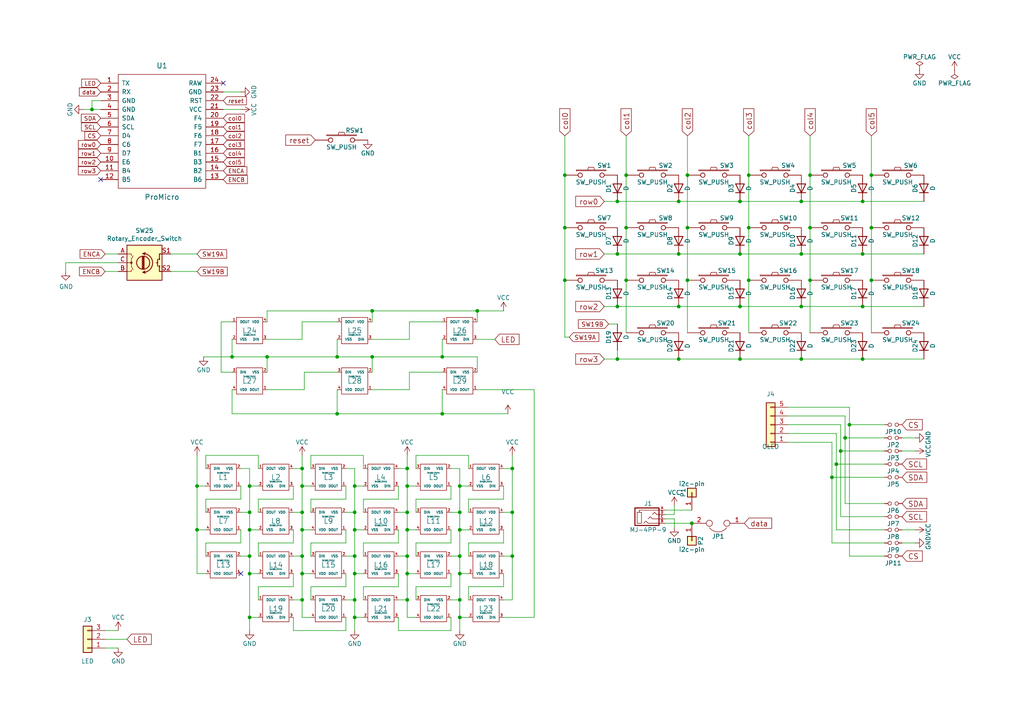
<source format=kicad_sch>
(kicad_sch (version 20230121) (generator eeschema)
  (paper "A4")
  (title_block (title "Keybear Chocolate") (date "2023-08-27") (rev "1") (company "Xoffio"))
  (junction (at 232.41 58.42))
  (junction (at 102.87 153.67))
  (junction (at 57.15 153.67))
  (junction (at 196.85 88.9))
  (junction (at 232.41 104.14))
  (junction (at 252.73 50.8))
  (junction (at 133.35 179.07))
  (junction (at 148.59 148.59))
  (junction (at 243.84 130.81))
  (junction (at 199.39 50.8))
  (junction (at 26.67 31.75))
  (junction (at 234.95 50.8))
  (junction (at 181.61 66.04))
  (junction (at 128.27 120.015))
  (junction (at 241.3 138.43))
  (junction (at 128.27 103.505))
  (junction (at 148.59 161.29))
  (junction (at 179.07 58.42))
  (junction (at 242.57 134.62))
  (junction (at 133.35 140.97))
  (junction (at 118.11 153.67))
  (junction (at 102.87 179.07))
  (junction (at 87.63 173.99))
  (junction (at 87.63 153.67))
  (junction (at 196.85 104.14))
  (junction (at 133.35 161.29))
  (junction (at 107.95 90.17))
  (junction (at 234.95 81.28))
  (junction (at 118.11 148.59))
  (junction (at 179.07 88.9))
  (junction (at 102.87 148.59))
  (junction (at 72.39 161.29))
  (junction (at 87.63 166.37))
  (junction (at 87.63 148.59))
  (junction (at 57.15 140.97))
  (junction (at 72.39 153.67))
  (junction (at 87.63 161.29))
  (junction (at 72.39 166.37))
  (junction (at 234.95 66.04))
  (junction (at 97.79 103.505))
  (junction (at 163.83 66.04))
  (junction (at 214.63 73.66))
  (junction (at 252.73 81.28))
  (junction (at 245.11 127))
  (junction (at 118.11 166.37))
  (junction (at 72.39 148.59))
  (junction (at 133.35 173.99))
  (junction (at 214.63 58.42))
  (junction (at 217.17 50.8))
  (junction (at 102.87 140.97))
  (junction (at 217.17 81.28))
  (junction (at 148.59 135.89))
  (junction (at 163.83 50.8))
  (junction (at 77.47 103.505))
  (junction (at 179.07 73.66))
  (junction (at 102.87 173.99))
  (junction (at 133.35 166.37))
  (junction (at 97.79 120.015))
  (junction (at 72.39 179.07))
  (junction (at 118.11 140.97))
  (junction (at 102.87 161.29))
  (junction (at 250.19 73.66))
  (junction (at 102.87 166.37))
  (junction (at 246.38 123.19))
  (junction (at 133.35 148.59))
  (junction (at 250.19 104.14))
  (junction (at 179.07 104.14))
  (junction (at 196.85 73.66))
  (junction (at 250.19 58.42))
  (junction (at 118.11 161.29))
  (junction (at 232.41 88.9))
  (junction (at 67.31 103.505))
  (junction (at 181.61 50.8))
  (junction (at 214.63 88.9))
  (junction (at 196.85 58.42))
  (junction (at 133.35 153.67))
  (junction (at 252.73 66.04))
  (junction (at 87.63 140.97))
  (junction (at 138.43 90.17))
  (junction (at 250.19 88.9))
  (junction (at 199.39 81.28))
  (junction (at 217.17 66.04))
  (junction (at 118.11 135.89))
  (junction (at 72.39 140.97))
  (junction (at 200.66 151.765))
  (junction (at 163.83 81.28))
  (junction (at 107.95 103.505))
  (junction (at 232.41 73.66))
  (junction (at 87.63 135.89))
  (junction (at 118.11 173.99))
  (junction (at 214.63 104.14))
  (junction (at 199.39 66.04))
  (junction (at 181.61 81.28))
  (no_connect (at 64.77 24.13))
  (no_connect (at 29.21 52.07))
  (no_connect (at 69.85 166.37))
  (wire (pts (xy 217.17 66.04) (xy 217.17 81.28)))
  (wire (pts (xy 120.65 161.29) (xy 120.65 157.48)))
  (wire (pts (xy 146.05 161.29) (xy 148.59 161.29)))
  (wire (pts (xy 105.41 132.08) (xy 105.41 135.89)))
  (wire (pts (xy 246.38 161.29) (xy 246.38 123.19)))
  (wire (pts (xy 90.17 161.29) (xy 90.17 157.48)))
  (wire (pts (xy 120.65 132.08) (xy 120.65 135.89)))
  (wire (pts (xy 29.21 29.21) (xy 26.67 29.21)))
  (wire (pts (xy 90.17 170.18) (xy 100.33 170.18)))
  (wire (pts (xy 130.81 173.99) (xy 133.35 173.99)))
  (wire (pts (xy 256.54 134.62) (xy 242.57 134.62)))
  (wire (pts (xy 181.61 81.28) (xy 181.61 96.52)))
  (wire (pts (xy 138.43 113.03) (xy 154.94 113.03)))
  (wire (pts (xy 105.41 166.37) (xy 102.87 166.37)))
  (wire (pts (xy 133.35 161.29) (xy 133.35 166.37)))
  (wire (pts (xy 163.83 50.8) (xy 163.83 66.04)))
  (wire (pts (xy 214.63 58.42) (xy 232.41 58.42)))
  (wire (pts (xy 146.05 144.78) (xy 146.05 140.97)))
  (wire (pts (xy 133.35 148.59) (xy 133.35 153.67)))
  (wire (pts (xy 261.62 153.67) (xy 265.43 153.67)))
  (wire (pts (xy 232.41 104.14) (xy 250.19 104.14)))
  (wire (pts (xy 90.17 179.07) (xy 87.63 179.07)))
  (wire (pts (xy 252.73 81.28) (xy 252.73 96.52)))
  (wire (pts (xy 67.31 120.015) (xy 97.79 120.015)))
  (wire (pts (xy 64.135 107.95) (xy 67.31 107.95)))
  (wire (pts (xy 135.89 132.08) (xy 120.65 132.08)))
  (wire (pts (xy 90.17 157.48) (xy 100.33 157.48)))
  (wire (pts (xy 118.11 153.67) (xy 120.65 153.67)))
  (wire (pts (xy 90.17 144.78) (xy 100.33 144.78)))
  (wire (pts (xy 196.85 88.9) (xy 214.63 88.9)))
  (wire (pts (xy 163.83 66.04) (xy 163.83 81.28)))
  (wire (pts (xy 77.47 90.17) (xy 107.95 90.17)))
  (wire (pts (xy 252.73 66.04) (xy 252.73 81.28)))
  (wire (pts (xy 252.73 39.37) (xy 252.73 50.8)))
  (wire (pts (xy 69.85 157.48) (xy 69.85 153.67)))
  (wire (pts (xy 118.11 173.99) (xy 118.11 179.07)))
  (wire (pts (xy 107.95 90.17) (xy 138.43 90.17)))
  (wire (pts (xy 87.63 166.37) (xy 87.63 173.99)))
  (wire (pts (xy 115.57 161.29) (xy 118.11 161.29)))
  (wire (pts (xy 105.41 157.48) (xy 115.57 157.48)))
  (wire (pts (xy 261.62 130.81) (xy 265.43 130.81)))
  (wire (pts (xy 118.11 161.29) (xy 118.11 166.37)))
  (wire (pts (xy 256.54 138.43) (xy 241.3 138.43)))
  (wire (pts (xy 85.09 157.48) (xy 85.09 153.67)))
  (wire (pts (xy 64.77 26.67) (xy 69.85 26.67)))
  (wire (pts (xy 85.09 144.78) (xy 85.09 140.97)))
  (wire (pts (xy 118.11 166.37) (xy 118.11 173.99)))
  (wire (pts (xy 130.81 148.59) (xy 133.35 148.59)))
  (wire (pts (xy 85.09 161.29) (xy 87.63 161.29)))
  (wire (pts (xy 148.59 161.29) (xy 148.59 173.99)))
  (wire (pts (xy 146.05 135.89) (xy 148.59 135.89)))
  (wire (pts (xy 154.94 113.03) (xy 154.94 179.07)))
  (wire (pts (xy 97.79 103.505) (xy 107.95 103.505)))
  (wire (pts (xy 146.05 157.48) (xy 146.05 153.67)))
  (wire (pts (xy 85.09 135.89) (xy 87.63 135.89)))
  (wire (pts (xy 148.59 148.59) (xy 148.59 161.29)))
  (wire (pts (xy 64.77 31.75) (xy 69.85 31.75)))
  (wire (pts (xy 246.38 123.19) (xy 246.38 118.11)))
  (wire (pts (xy 250.19 58.42) (xy 267.97 58.42)))
  (wire (pts (xy 130.81 161.29) (xy 133.35 161.29)))
  (wire (pts (xy 243.84 123.19) (xy 243.84 130.81)))
  (wire (pts (xy 261.62 127) (xy 265.43 127)))
  (wire (pts (xy 179.07 101.6) (xy 179.07 104.14)))
  (wire (pts (xy 130.81 182.88) (xy 115.57 182.88)))
  (wire (pts (xy 49.53 73.66) (xy 57.15 73.66)))
  (wire (pts (xy 135.89 166.37) (xy 133.35 166.37)))
  (wire (pts (xy 118.11 166.37) (xy 120.65 166.37)))
  (wire (pts (xy 163.83 97.79) (xy 163.83 81.28)))
  (wire (pts (xy 74.93 173.99) (xy 74.93 170.18)))
  (wire (pts (xy 118.11 135.89) (xy 118.11 140.97)))
  (wire (pts (xy 118.745 107.95) (xy 128.27 107.95)))
  (wire (pts (xy 234.95 66.04) (xy 234.95 81.28)))
  (wire (pts (xy 250.19 88.9) (xy 267.97 88.9)))
  (wire (pts (xy 193.04 150.495) (xy 195.58 150.495)))
  (wire (pts (xy 242.57 125.73) (xy 228.6 125.73)))
  (wire (pts (xy 175.26 73.66) (xy 179.07 73.66)))
  (wire (pts (xy 57.15 140.97) (xy 57.15 153.67)))
  (wire (pts (xy 57.15 132.08) (xy 57.15 140.97)))
  (wire (pts (xy 115.57 157.48) (xy 115.57 153.67)))
  (wire (pts (xy 242.57 125.73) (xy 242.57 134.62)))
  (wire (pts (xy 120.65 173.99) (xy 120.65 170.18)))
  (wire (pts (xy 181.61 66.04) (xy 181.61 81.28)))
  (wire (pts (xy 135.89 144.78) (xy 146.05 144.78)))
  (wire (pts (xy 69.85 148.59) (xy 72.39 148.59)))
  (wire (pts (xy 135.89 135.89) (xy 135.89 132.08)))
  (wire (pts (xy 105.41 179.07) (xy 102.87 179.07)))
  (wire (pts (xy 115.57 173.99) (xy 118.11 173.99)))
  (wire (pts (xy 234.95 39.37) (xy 234.95 50.8)))
  (wire (pts (xy 105.41 140.97) (xy 102.87 140.97)))
  (wire (pts (xy 250.19 104.14) (xy 267.97 104.14)))
  (wire (pts (xy 214.63 88.9) (xy 232.41 88.9)))
  (wire (pts (xy 107.95 107.95) (xy 107.95 103.505)))
  (wire (pts (xy 217.17 81.28) (xy 217.17 96.52)))
  (wire (pts (xy 74.93 144.78) (xy 85.09 144.78)))
  (wire (pts (xy 193.04 149.225) (xy 195.58 149.225)))
  (wire (pts (xy 243.84 130.81) (xy 243.84 149.86)))
  (wire (pts (xy 193.04 147.955) (xy 200.66 147.955)))
  (wire (pts (xy 30.48 78.74) (xy 34.29 78.74)))
  (wire (pts (xy 250.19 73.66) (xy 267.97 73.66)))
  (wire (pts (xy 130.81 179.07) (xy 130.81 182.88)))
  (wire (pts (xy 85.09 170.18) (xy 85.09 166.37)))
  (wire (pts (xy 118.11 153.67) (xy 118.11 161.29)))
  (wire (pts (xy 100.33 148.59) (xy 102.87 148.59)))
  (wire (pts (xy 118.745 113.03) (xy 118.745 107.95)))
  (wire (pts (xy 77.47 93.345) (xy 77.47 90.17)))
  (wire (pts (xy 87.63 166.37) (xy 90.17 166.37)))
  (wire (pts (xy 245.11 127) (xy 245.11 146.05)))
  (wire (pts (xy 74.93 161.29) (xy 74.93 157.48)))
  (wire (pts (xy 135.89 148.59) (xy 135.89 144.78)))
  (wire (pts (xy 135.89 140.97) (xy 133.35 140.97)))
  (wire (pts (xy 246.38 118.11) (xy 228.6 118.11)))
  (wire (pts (xy 217.17 50.8) (xy 217.17 66.04)))
  (wire (pts (xy 199.39 39.37) (xy 199.39 50.8)))
  (wire (pts (xy 115.57 170.18) (xy 115.57 166.37)))
  (wire (pts (xy 243.84 123.19) (xy 228.6 123.19)))
  (wire (pts (xy 120.65 148.59) (xy 120.65 144.78)))
  (wire (pts (xy 196.85 73.66) (xy 214.63 73.66)))
  (wire (pts (xy 88.265 107.95) (xy 97.79 107.95)))
  (wire (pts (xy 135.89 153.67) (xy 133.35 153.67)))
  (wire (pts (xy 228.6 120.65) (xy 245.11 120.65)))
  (wire (pts (xy 228.6 128.27) (xy 241.3 128.27)))
  (wire (pts (xy 179.07 104.14) (xy 196.85 104.14)))
  (wire (pts (xy 138.43 90.17) (xy 146.05 90.17)))
  (wire (pts (xy 256.54 161.29) (xy 246.38 161.29)))
  (wire (pts (xy 72.39 161.29) (xy 72.39 166.37)))
  (wire (pts (xy 77.47 103.505) (xy 97.79 103.505)))
  (wire (pts (xy 133.35 140.97) (xy 133.35 148.59)))
  (wire (pts (xy 199.39 81.28) (xy 199.39 96.52)))
  (wire (pts (xy 107.95 93.345) (xy 107.95 90.17)))
  (wire (pts (xy 90.17 153.67) (xy 87.63 153.67)))
  (wire (pts (xy 77.47 107.95) (xy 77.47 103.505)))
  (wire (pts (xy 118.11 148.59) (xy 118.11 153.67)))
  (wire (pts (xy 148.59 173.99) (xy 146.05 173.99)))
  (wire (pts (xy 115.57 144.78) (xy 115.57 140.97)))
  (wire (pts (xy 146.05 148.59) (xy 148.59 148.59)))
  (wire (pts (xy 138.43 103.505) (xy 138.43 107.95)))
  (wire (pts (xy 100.33 182.88) (xy 85.09 182.88)))
  (wire (pts (xy 72.39 148.59) (xy 72.39 153.67)))
  (wire (pts (xy 102.87 135.89) (xy 102.87 140.97)))
  (wire (pts (xy 115.57 148.59) (xy 118.11 148.59)))
  (wire (pts (xy 118.11 140.97) (xy 118.11 148.59)))
  (wire (pts (xy 87.63 173.99) (xy 87.63 179.07)))
  (wire (pts (xy 181.61 50.8) (xy 181.61 66.04)))
  (wire (pts (xy 74.93 157.48) (xy 85.09 157.48)))
  (wire (pts (xy 128.27 120.015) (xy 147.32 120.015)))
  (wire (pts (xy 49.53 78.74) (xy 57.15 78.74)))
  (wire (pts (xy 214.63 73.66) (xy 232.41 73.66)))
  (wire (pts (xy 87.63 148.59) (xy 87.63 153.67)))
  (wire (pts (xy 245.11 120.65) (xy 245.11 127)))
  (wire (pts (xy 74.93 148.59) (xy 74.93 144.78)))
  (wire (pts (xy 85.09 173.99) (xy 87.63 173.99)))
  (wire (pts (xy 130.81 135.89) (xy 133.35 135.89)))
  (wire (pts (xy 105.41 148.59) (xy 105.41 144.78)))
  (wire (pts (xy 100.33 166.37) (xy 100.33 170.18)))
  (wire (pts (xy 232.41 73.66) (xy 250.19 73.66)))
  (wire (pts (xy 245.11 127) (xy 256.54 127)))
  (wire (pts (xy 26.67 29.21) (xy 26.67 31.75)))
  (wire (pts (xy 214.63 104.14) (xy 232.41 104.14)))
  (wire (pts (xy 67.31 113.03) (xy 67.31 120.015)))
  (wire (pts (xy 133.35 135.89) (xy 133.35 140.97)))
  (wire (pts (xy 146.05 170.18) (xy 146.05 166.37)))
  (wire (pts (xy 120.65 157.48) (xy 130.81 157.48)))
  (wire (pts (xy 87.63 153.67) (xy 87.63 161.29)))
  (wire (pts (xy 88.265 113.03) (xy 88.265 107.95)))
  (wire (pts (xy 196.85 104.14) (xy 214.63 104.14)))
  (wire (pts (xy 175.26 104.14) (xy 179.07 104.14)))
  (wire (pts (xy 59.69 148.59) (xy 59.69 144.78)))
  (wire (pts (xy 72.39 140.97) (xy 72.39 148.59)))
  (wire (pts (xy 102.87 161.29) (xy 102.87 166.37)))
  (wire (pts (xy 217.17 39.37) (xy 217.17 50.8)))
  (wire (pts (xy 87.63 93.345) (xy 87.63 98.425)))
  (wire (pts (xy 165.1 97.79) (xy 163.83 97.79)))
  (wire (pts (xy 57.15 166.37) (xy 59.69 166.37)))
  (wire (pts (xy 72.39 135.89) (xy 72.39 140.97)))
  (wire (pts (xy 133.35 153.67) (xy 133.35 161.29)))
  (wire (pts (xy 246.38 123.19) (xy 256.54 123.19)))
  (wire (pts (xy 154.94 179.07) (xy 146.05 179.07)))
  (wire (pts (xy 115.57 135.89) (xy 118.11 135.89)))
  (wire (pts (xy 90.17 135.89) (xy 90.17 132.08)))
  (wire (pts (xy 148.59 132.08) (xy 148.59 135.89)))
  (wire (pts (xy 234.95 81.28) (xy 234.95 96.52)))
  (wire (pts (xy 90.17 173.99) (xy 90.17 170.18)))
  (wire (pts (xy 175.26 88.9) (xy 179.07 88.9)))
  (wire (pts (xy 59.055 103.505) (xy 67.31 103.505)))
  (wire (pts (xy 128.27 93.345) (xy 118.745 93.345)))
  (wire (pts (xy 102.87 166.37) (xy 102.87 173.99)))
  (wire (pts (xy 67.31 103.505) (xy 77.47 103.505)))
  (wire (pts (xy 100.33 144.78) (xy 100.33 140.97)))
  (wire (pts (xy 57.15 153.67) (xy 57.15 166.37)))
  (wire (pts (xy 252.73 50.8) (xy 252.73 66.04)))
  (wire (pts (xy 120.65 170.18) (xy 130.81 170.18)))
  (wire (pts (xy 74.93 132.08) (xy 59.69 132.08)))
  (wire (pts (xy 105.41 144.78) (xy 115.57 144.78)))
  (wire (pts (xy 105.41 170.18) (xy 115.57 170.18)))
  (wire (pts (xy 196.85 58.42) (xy 214.63 58.42)))
  (wire (pts (xy 74.93 140.97) (xy 72.39 140.97)))
  (wire (pts (xy 138.43 98.425) (xy 143.51 98.425)))
  (wire (pts (xy 102.87 140.97) (xy 102.87 148.59)))
  (wire (pts (xy 30.48 182.88) (xy 34.29 182.88)))
  (wire (pts (xy 135.89 173.99) (xy 135.89 170.18)))
  (wire (pts (xy 199.39 66.04) (xy 199.39 81.28)))
  (wire (pts (xy 19.05 76.2) (xy 19.05 78.74)))
  (wire (pts (xy 115.57 182.88) (xy 115.57 179.07)))
  (wire (pts (xy 90.17 140.97) (xy 87.63 140.97)))
  (wire (pts (xy 100.33 161.29) (xy 102.87 161.29)))
  (wire (pts (xy 193.04 151.765) (xy 200.66 151.765)))
  (wire (pts (xy 199.39 50.8) (xy 199.39 66.04)))
  (wire (pts (xy 130.81 157.48) (xy 130.81 153.67)))
  (wire (pts (xy 105.41 173.99) (xy 105.41 170.18)))
  (wire (pts (xy 133.35 173.99) (xy 133.35 179.07)))
  (wire (pts (xy 87.63 98.425) (xy 77.47 98.425)))
  (wire (pts (xy 100.33 179.07) (xy 100.33 182.88)))
  (wire (pts (xy 102.87 179.07) (xy 102.87 182.88)))
  (wire (pts (xy 133.35 179.07) (xy 133.35 182.88)))
  (wire (pts (xy 181.61 39.37) (xy 181.61 50.8)))
  (wire (pts (xy 72.39 179.07) (xy 74.93 179.07)))
  (wire (pts (xy 107.95 113.03) (xy 118.745 113.03)))
  (wire (pts (xy 87.63 161.29) (xy 87.63 166.37)))
  (wire (pts (xy 59.69 132.08) (xy 59.69 135.89)))
  (wire (pts (xy 256.54 130.81) (xy 243.84 130.81)))
  (wire (pts (xy 135.89 179.07) (xy 133.35 179.07)))
  (wire (pts (xy 241.3 128.27) (xy 241.3 138.43)))
  (wire (pts (xy 102.87 148.59) (xy 102.87 153.67)))
  (wire (pts (xy 34.29 76.2) (xy 19.05 76.2)))
  (wire (pts (xy 102.87 173.99) (xy 102.87 179.07)))
  (wire (pts (xy 97.79 98.425) (xy 97.79 103.505)))
  (wire (pts (xy 135.89 161.29) (xy 135.89 157.48)))
  (wire (pts (xy 74.93 170.18) (xy 85.09 170.18)))
  (wire (pts (xy 232.41 88.9) (xy 250.19 88.9)))
  (wire (pts (xy 90.17 148.59) (xy 90.17 144.78)))
  (wire (pts (xy 179.07 58.42) (xy 196.85 58.42)))
  (wire (pts (xy 133.35 166.37) (xy 133.35 173.99)))
  (wire (pts (xy 107.95 103.505) (xy 128.27 103.505)))
  (wire (pts (xy 59.69 157.48) (xy 69.85 157.48)))
  (wire (pts (xy 67.31 93.345) (xy 64.135 93.345)))
  (wire (pts (xy 195.58 150.495) (xy 195.58 153.035)))
  (wire (pts (xy 87.63 135.89) (xy 87.63 140.97)))
  (wire (pts (xy 105.41 161.29) (xy 105.41 157.48)))
  (wire (pts (xy 241.3 157.48) (xy 256.54 157.48)))
  (wire (pts (xy 59.69 144.78) (xy 69.85 144.78)))
  (wire (pts (xy 24.13 31.75) (xy 26.67 31.75)))
  (wire (pts (xy 97.79 93.345) (xy 87.63 93.345)))
  (wire (pts (xy 72.39 153.67) (xy 72.39 161.29)))
  (wire (pts (xy 245.11 146.05) (xy 256.54 146.05)))
  (wire (pts (xy 175.26 58.42) (xy 179.07 58.42)))
  (wire (pts (xy 100.33 157.48) (xy 100.33 153.67)))
  (wire (pts (xy 69.85 135.89) (xy 72.39 135.89)))
  (wire (pts (xy 72.39 179.07) (xy 72.39 182.88)))
  (wire (pts (xy 179.07 73.66) (xy 196.85 73.66)))
  (wire (pts (xy 87.63 132.08) (xy 87.63 135.89)))
  (wire (pts (xy 97.79 113.03) (xy 97.79 120.015)))
  (wire (pts (xy 234.95 50.8) (xy 234.95 66.04)))
  (wire (pts (xy 118.11 140.97) (xy 120.65 140.97)))
  (wire (pts (xy 74.93 166.37) (xy 72.39 166.37)))
  (wire (pts (xy 138.43 93.345) (xy 138.43 90.17)))
  (wire (pts (xy 241.3 138.43) (xy 241.3 157.48)))
  (wire (pts (xy 261.62 157.48) (xy 265.43 157.48)))
  (wire (pts (xy 118.745 98.425) (xy 107.95 98.425)))
  (wire (pts (xy 74.93 153.67) (xy 72.39 153.67)))
  (wire (pts (xy 97.79 120.015) (xy 128.27 120.015)))
  (wire (pts (xy 85.09 182.88) (xy 85.09 179.07)))
  (wire (pts (xy 59.69 161.29) (xy 59.69 157.48)))
  (wire (pts (xy 72.39 166.37) (xy 72.39 179.07)))
  (wire (pts (xy 30.48 185.42) (xy 36.83 185.42)))
  (wire (pts (xy 102.87 153.67) (xy 102.87 161.29)))
  (wire (pts (xy 135.89 157.48) (xy 146.05 157.48)))
  (wire (pts (xy 176.53 93.98) (xy 179.07 93.98)))
  (wire (pts (xy 77.47 113.03) (xy 88.265 113.03)))
  (wire (pts (xy 130.81 144.78) (xy 130.81 140.97)))
  (wire (pts (xy 195.58 149.225) (xy 195.58 146.685)))
  (wire (pts (xy 100.33 173.99) (xy 102.87 173.99)))
  (wire (pts (xy 67.31 98.425) (xy 67.31 103.505)))
  (wire (pts (xy 100.33 135.89) (xy 102.87 135.89)))
  (wire (pts (xy 87.63 140.97) (xy 87.63 148.59)))
  (wire (pts (xy 26.67 31.75) (xy 29.21 31.75)))
  (wire (pts (xy 59.69 153.67) (xy 57.15 153.67)))
  (wire (pts (xy 74.93 135.89) (xy 74.93 132.08)))
  (wire (pts (xy 232.41 58.42) (xy 250.19 58.42)))
  (wire (pts (xy 128.27 113.03) (xy 128.27 120.015)))
  (wire (pts (xy 90.17 132.08) (xy 105.41 132.08)))
  (wire (pts (xy 128.27 98.425) (xy 128.27 103.505)))
  (wire (pts (xy 118.11 132.08) (xy 118.11 135.89)))
  (wire (pts (xy 243.84 149.86) (xy 256.54 149.86)))
  (wire (pts (xy 120.65 144.78) (xy 130.81 144.78)))
  (wire (pts (xy 69.85 144.78) (xy 69.85 140.97)))
  (wire (pts (xy 128.27 103.505) (xy 138.43 103.505)))
  (wire (pts (xy 69.85 161.29) (xy 72.39 161.29)))
  (wire (pts (xy 64.135 93.345) (xy 64.135 107.95)))
  (wire (pts (xy 130.81 170.18) (xy 130.81 166.37)))
  (wire (pts (xy 179.07 88.9) (xy 196.85 88.9)))
  (wire (pts (xy 163.83 39.37) (xy 163.83 50.8)))
  (wire (pts (xy 135.89 170.18) (xy 146.05 170.18)))
  (wire (pts (xy 85.09 148.59) (xy 87.63 148.59)))
  (wire (pts (xy 242.57 134.62) (xy 242.57 153.67)))
  (wire (pts (xy 148.59 135.89) (xy 148.59 148.59)))
  (wire (pts (xy 105.41 153.67) (xy 102.87 153.67)))
  (wire (pts (xy 30.48 187.96) (xy 34.29 187.96)))
  (wire (pts (xy 242.57 153.67) (xy 256.54 153.67)))
  (wire (pts (xy 30.48 73.66) (xy 34.29 73.66)))
  (wire (pts (xy 118.745 93.345) (xy 118.745 98.425)))
  (wire (pts (xy 59.69 140.97) (xy 57.15 140.97)))
  (wire (pts (xy 118.11 179.07) (xy 120.65 179.07)))
  (global_label "row2" (shape input) (at 175.26 88.9 180) (effects (font (size 1.524 1.524))) (property "Intersheetrefs" "${INTERSHEET_REFS}" (effects hide)))
  (global_label "col5" (shape input) (at 64.77 46.99 0) (effects (font (size 1.1938 1.1938))) (property "Intersheetrefs" "${INTERSHEET_REFS}" (effects hide)))
  (global_label "ENCB" (shape input) (at 64.77 52.07 0) (effects (font (size 1.1938 1.1938))) (property "Intersheetrefs" "${INTERSHEET_REFS}" (effects hide)))
  (global_label "data" (shape input) (at 29.21 26.67 180) (effects (font (size 1.1938 1.1938))) (property "Intersheetrefs" "${INTERSHEET_REFS}" (effects hide)))
  (global_label "row0" (shape input) (at 175.26 58.42 180) (effects (font (size 1.524 1.524))) (property "Intersheetrefs" "${INTERSHEET_REFS}" (effects hide)))
  (global_label "SDA" (shape input) (at 261.62 146.05 0) (effects (font (size 1.524 1.524))) (property "Intersheetrefs" "${INTERSHEET_REFS}" (effects hide)))
  (global_label "col4" (shape input) (at 234.95 39.37 90) (effects (font (size 1.524 1.524))) (property "Intersheetrefs" "${INTERSHEET_REFS}" (effects hide)))
  (global_label "SDA" (shape input) (at 261.62 138.43 0) (effects (font (size 1.524 1.524))) (property "Intersheetrefs" "${INTERSHEET_REFS}" (effects hide)))
  (global_label "ENCA" (shape input) (at 64.77 49.53 0) (effects (font (size 1.1938 1.1938))) (property "Intersheetrefs" "${INTERSHEET_REFS}" (effects hide)))
  (global_label "col2" (shape input) (at 199.39 39.37 90) (effects (font (size 1.524 1.524))) (property "Intersheetrefs" "${INTERSHEET_REFS}" (effects hide)))
  (global_label "SW19A" (shape input) (at 165.1 97.79 0) (property "Intersheetrefs" "${INTERSHEET_REFS}" (effects hide)))
  (global_label "data" (shape input) (at 215.9 151.765 0) (effects (font (size 1.524 1.524))) (property "Intersheetrefs" "${INTERSHEET_REFS}" (effects hide)))
  (global_label "col5" (shape input) (at 252.73 39.37 90) (effects (font (size 1.524 1.524))) (property "Intersheetrefs" "${INTERSHEET_REFS}" (effects hide)))
  (global_label "reset" (shape input) (at 91.44 40.64 180) (effects (font (size 1.524 1.524))) (property "Intersheetrefs" "${INTERSHEET_REFS}" (effects hide)))
  (global_label "row2" (shape input) (at 29.21 46.99 180) (effects (font (size 1.1938 1.1938))) (property "Intersheetrefs" "${INTERSHEET_REFS}" (effects hide)))
  (global_label "CS" (shape input) (at 29.21 39.37 180) (effects (font (size 1.1938 1.1938))) (property "Intersheetrefs" "${INTERSHEET_REFS}" (effects hide)))
  (global_label "SW19B" (shape input) (at 57.15 78.74 0) (property "Intersheetrefs" "${INTERSHEET_REFS}" (effects hide)))
  (global_label "col4" (shape input) (at 64.77 44.45 0) (effects (font (size 1.1938 1.1938))) (property "Intersheetrefs" "${INTERSHEET_REFS}" (effects hide)))
  (global_label "row3" (shape input) (at 29.21 49.53 180) (effects (font (size 1.1938 1.1938))) (property "Intersheetrefs" "${INTERSHEET_REFS}" (effects hide)))
  (global_label "SW19B" (shape input) (at 176.53 93.98 180) (property "Intersheetrefs" "${INTERSHEET_REFS}" (effects hide)))
  (global_label "ENCA" (shape input) (at 30.48 73.66 180) (property "Intersheetrefs" "${INTERSHEET_REFS}" (effects hide)))
  (global_label "row3" (shape input) (at 175.26 104.14 180) (effects (font (size 1.524 1.524))) (property "Intersheetrefs" "${INTERSHEET_REFS}" (effects hide)))
  (global_label "LED" (shape input) (at 29.21 24.13 180) (effects (font (size 1.1938 1.1938))) (property "Intersheetrefs" "${INTERSHEET_REFS}" (effects hide)))
  (global_label "col1" (shape input) (at 181.61 39.37 90) (effects (font (size 1.524 1.524))) (property "Intersheetrefs" "${INTERSHEET_REFS}" (effects hide)))
  (global_label "SCL" (shape input) (at 29.21 36.83 180) (effects (font (size 1.1938 1.1938))) (property "Intersheetrefs" "${INTERSHEET_REFS}" (effects hide)))
  (global_label "col0" (shape input) (at 163.83 39.37 90) (effects (font (size 1.524 1.524))) (property "Intersheetrefs" "${INTERSHEET_REFS}" (effects hide)))
  (global_label "SCL" (shape input) (at 261.62 134.62 0) (effects (font (size 1.524 1.524))) (property "Intersheetrefs" "${INTERSHEET_REFS}" (effects hide)))
  (global_label "col1" (shape input) (at 64.77 36.83 0) (effects (font (size 1.1938 1.1938))) (property "Intersheetrefs" "${INTERSHEET_REFS}" (effects hide)))
  (global_label "SCL" (shape input) (at 261.62 149.86 0) (effects (font (size 1.524 1.524))) (property "Intersheetrefs" "${INTERSHEET_REFS}" (effects hide)))
  (global_label "row1" (shape input) (at 175.26 73.66 180) (effects (font (size 1.524 1.524))) (property "Intersheetrefs" "${INTERSHEET_REFS}" (effects hide)))
  (global_label "reset" (shape input) (at 64.77 29.21 0) (effects (font (size 1.1938 1.1938))) (property "Intersheetrefs" "${INTERSHEET_REFS}" (effects hide)))
  (global_label "ENCB" (shape input) (at 30.48 78.74 180) (property "Intersheetrefs" "${INTERSHEET_REFS}" (effects hide)))
  (global_label "col3" (shape input) (at 64.77 41.91 0) (effects (font (size 1.1938 1.1938))) (property "Intersheetrefs" "${INTERSHEET_REFS}" (effects hide)))
  (global_label "CS" (shape input) (at 261.62 161.29 0) (effects (font (size 1.524 1.524))) (property "Intersheetrefs" "${INTERSHEET_REFS}" (effects hide)))
  (global_label "col2" (shape input) (at 64.77 39.37 0) (effects (font (size 1.1938 1.1938))) (property "Intersheetrefs" "${INTERSHEET_REFS}" (effects hide)))
  (global_label "LED" (shape input) (at 143.51 98.425 0) (effects (font (size 1.524 1.524))) (property "Intersheetrefs" "${INTERSHEET_REFS}" (effects hide)))
  (global_label "col0" (shape input) (at 64.77 34.29 0) (effects (font (size 1.1938 1.1938))) (property "Intersheetrefs" "${INTERSHEET_REFS}" (effects hide)))
  (global_label "LED" (shape input) (at 36.83 185.42 0) (effects (font (size 1.524 1.524))) (property "Intersheetrefs" "${INTERSHEET_REFS}" (effects hide)))
  (global_label "SDA" (shape input) (at 29.21 34.29 180) (effects (font (size 1.1938 1.1938))) (property "Intersheetrefs" "${INTERSHEET_REFS}" (effects hide)))
  (global_label "SW19A" (shape input) (at 57.15 73.66 0) (property "Intersheetrefs" "${INTERSHEET_REFS}" (effects hide)))
  (global_label "CS" (shape input) (at 261.62 123.19 0) (effects (font (size 1.524 1.524))) (property "Intersheetrefs" "${INTERSHEET_REFS}" (effects hide)))
  (global_label "row1" (shape input) (at 29.21 44.45 180) (effects (font (size 1.1938 1.1938))) (property "Intersheetrefs" "${INTERSHEET_REFS}" (effects hide)))
  (global_label "row0" (shape input) (at 29.21 41.91 180) (effects (font (size 1.1938 1.1938))) (property "Intersheetrefs" "${INTERSHEET_REFS}" (effects hide)))
  (global_label "col3" (shape input) (at 217.17 39.37 90) (effects (font (size 1.524 1.524))) (property "Intersheetrefs" "${INTERSHEET_REFS}" (effects hide)))
  (symbol (lib_id "corne-chocolate-rescue:ProMicro-kbd") (at 46.99 43.18 0) (unit 1)
    (property "Reference" "U1" (at 46.99 19.05 0) (effects (font (size 1.524 1.524))))
    (property "Value" "ProMicro" (at 46.99 57.15 0) (effects (font (size 1.524 1.524))))
    (property "Footprint" "kbd:ProMicro_v2" (effects hide))
  )
  (symbol (lib_id "corne-chocolate-rescue:SW_PUSH-kbd") (at 189.23 50.8 0) (unit 1)
    (property "Reference" "SW2" (at 193.04 48.006 0))
    (property "Value" "SW_PUSH" (at 189.23 52.832 0))
    (property "Footprint" "SofleChoc:Choc_Hotswap_SK6812MiniE" (effects hide))
  )
  (symbol (lib_id "Device:D") (at 196.85 54.61 90) (unit 1)
    (property "Reference" "D2" (at 194.31 54.61 0))
    (property "Value" "D" (at 199.39 54.61 0))
    (property "Footprint" "kbd:D3_SMD_v2" (effects hide))
  )
  (symbol (lib_id "corne-chocolate-rescue:SW_PUSH-kbd") (at 207.01 50.8 0) (unit 1)
    (property "Reference" "SW3" (at 210.82 48.006 0))
    (property "Value" "SW_PUSH" (at 207.01 52.832 0))
    (property "Footprint" "SofleChoc:Choc_Hotswap_SK6812MiniE" (effects hide))
  )
  (symbol (lib_id "Device:D") (at 214.63 54.61 90) (unit 1)
    (property "Reference" "D3" (at 212.09 54.61 0))
    (property "Value" "D" (at 217.17 54.61 0))
    (property "Footprint" "kbd:D3_SMD" (effects hide))
  )
  (symbol (lib_id "corne-chocolate-rescue:SW_PUSH-kbd") (at 224.79 50.8 0) (unit 1)
    (property "Reference" "SW4" (at 228.6 48.006 0))
    (property "Value" "SW_PUSH" (at 224.79 52.832 0))
    (property "Footprint" "SofleChoc:Choc_Hotswap_SK6812MiniE" (effects hide))
  )
  (symbol (lib_id "corne-chocolate-rescue:SW_PUSH-kbd") (at 242.57 50.8 0) (unit 1)
    (property "Reference" "SW5" (at 246.38 48.006 0))
    (property "Value" "SW_PUSH" (at 242.57 52.832 0))
    (property "Footprint" "SofleChoc:Choc_Hotswap_SK6812MiniE" (effects hide))
  )
  (symbol (lib_id "corne-chocolate-rescue:SW_PUSH-kbd") (at 260.35 50.8 0) (unit 1)
    (property "Reference" "SW6" (at 264.16 48.006 0))
    (property "Value" "SW_PUSH" (at 260.35 52.832 0))
    (property "Footprint" "SofleChoc:Choc_Hotswap_SK6812MiniE" (effects hide))
  )
  (symbol (lib_id "Device:D") (at 232.41 54.61 90) (unit 1)
    (property "Reference" "D4" (at 229.87 54.61 0))
    (property "Value" "D" (at 234.95 54.61 0))
    (property "Footprint" "kbd:D3_SMD" (effects hide))
  )
  (symbol (lib_id "Device:D") (at 250.19 54.61 90) (unit 1)
    (property "Reference" "D5" (at 247.65 54.61 0))
    (property "Value" "D" (at 252.73 54.61 0))
    (property "Footprint" "kbd:D3_SMD" (effects hide))
  )
  (symbol (lib_id "Device:D") (at 267.97 54.61 90) (unit 1)
    (property "Reference" "D6" (at 265.43 54.61 0))
    (property "Value" "D" (at 270.51 54.61 0))
    (property "Footprint" "kbd:D3_SMD" (effects hide))
  )
  (symbol (lib_id "corne-chocolate-rescue:SW_PUSH-kbd") (at 171.45 50.8 0) (unit 1)
    (property "Reference" "SW1" (at 175.26 48.006 0))
    (property "Value" "SW_PUSH" (at 171.45 52.832 0))
    (property "Footprint" "SofleChoc:Choc_Hotswap_SK6812MiniE" (effects hide))
  )
  (symbol (lib_id "Device:D") (at 179.07 54.61 90) (unit 1)
    (property "Reference" "D1" (at 176.53 54.61 0))
    (property "Value" "D" (at 181.61 54.61 0))
    (property "Footprint" "kbd:D3_SMD" (effects hide))
  )
  (symbol (lib_id "corne-chocolate-rescue:SW_PUSH-kbd") (at 189.23 66.04 0) (unit 1)
    (property "Reference" "SW8" (at 193.04 63.246 0))
    (property "Value" "SW_PUSH" (at 189.23 68.072 0))
    (property "Footprint" "kbd:Choc_Hotswap" (effects hide))
  )
  (symbol (lib_id "Device:D") (at 196.85 69.85 90) (unit 1)
    (property "Reference" "D8" (at 194.31 69.85 0))
    (property "Value" "D" (at 199.39 69.85 0))
    (property "Footprint" "kbd:D3_SMD" (effects hide))
  )
  (symbol (lib_id "corne-chocolate-rescue:SW_PUSH-kbd") (at 207.01 66.04 0) (unit 1)
    (property "Reference" "SW9" (at 210.82 63.246 0))
    (property "Value" "SW_PUSH" (at 207.01 68.072 0))
    (property "Footprint" "kbd:Choc_Hotswap" (effects hide))
  )
  (symbol (lib_id "Device:D") (at 214.63 69.85 90) (unit 1)
    (property "Reference" "D9" (at 212.09 69.85 0))
    (property "Value" "D" (at 217.17 69.85 0))
    (property "Footprint" "kbd:D3_SMD" (effects hide))
  )
  (symbol (lib_id "corne-chocolate-rescue:SW_PUSH-kbd") (at 224.79 66.04 0) (unit 1)
    (property "Reference" "SW10" (at 228.6 63.246 0))
    (property "Value" "SW_PUSH" (at 224.79 68.072 0))
    (property "Footprint" "kbd:Choc_Hotswap" (effects hide))
  )
  (symbol (lib_id "corne-chocolate-rescue:SW_PUSH-kbd") (at 242.57 66.04 0) (unit 1)
    (property "Reference" "SW11" (at 246.38 63.246 0))
    (property "Value" "SW_PUSH" (at 242.57 68.072 0))
    (property "Footprint" "kbd:Choc_Hotswap" (effects hide))
  )
  (symbol (lib_id "corne-chocolate-rescue:SW_PUSH-kbd") (at 260.35 66.04 0) (unit 1)
    (property "Reference" "SW12" (at 264.16 63.246 0))
    (property "Value" "SW_PUSH" (at 260.35 68.072 0))
    (property "Footprint" "kbd:Choc_Hotswap" (effects hide))
  )
  (symbol (lib_id "Device:D") (at 232.41 69.85 90) (unit 1)
    (property "Reference" "D10" (at 229.87 69.85 0))
    (property "Value" "D" (at 234.95 69.85 0))
    (property "Footprint" "kbd:D3_SMD" (effects hide))
  )
  (symbol (lib_id "Device:D") (at 250.19 69.85 90) (unit 1)
    (property "Reference" "D11" (at 247.65 69.85 0))
    (property "Value" "D" (at 252.73 69.85 0))
    (property "Footprint" "kbd:D3_SMD" (effects hide))
  )
  (symbol (lib_id "Device:D") (at 267.97 69.85 90) (unit 1)
    (property "Reference" "D12" (at 265.43 69.85 0))
    (property "Value" "D" (at 270.51 69.85 0))
    (property "Footprint" "kbd:D3_SMD" (effects hide))
  )
  (symbol (lib_id "corne-chocolate-rescue:SW_PUSH-kbd") (at 171.45 66.04 0) (unit 1)
    (property "Reference" "SW7" (at 175.26 63.246 0))
    (property "Value" "SW_PUSH" (at 171.45 68.072 0))
    (property "Footprint" "kbd:Choc_Hotswap" (effects hide))
  )
  (symbol (lib_id "Device:D") (at 179.07 69.85 90) (unit 1)
    (property "Reference" "D7" (at 176.53 69.85 0))
    (property "Value" "D" (at 181.61 69.85 0))
    (property "Footprint" "kbd:D3_SMD" (effects hide))
  )
  (symbol (lib_id "corne-chocolate-rescue:SW_PUSH-kbd") (at 189.23 81.28 0) (unit 1)
    (property "Reference" "SW14" (at 193.04 78.486 0))
    (property "Value" "SW_PUSH" (at 189.23 83.312 0))
    (property "Footprint" "kbd:Choc_Hotswap" (effects hide))
  )
  (symbol (lib_id "Device:D") (at 196.85 85.09 90) (unit 1)
    (property "Reference" "D14" (at 194.31 85.09 0))
    (property "Value" "D" (at 199.39 85.09 0))
    (property "Footprint" "kbd:D3_SMD" (effects hide))
  )
  (symbol (lib_id "corne-chocolate-rescue:SW_PUSH-kbd") (at 207.01 81.28 0) (unit 1)
    (property "Reference" "SW15" (at 210.82 78.486 0))
    (property "Value" "SW_PUSH" (at 207.01 83.312 0))
    (property "Footprint" "kbd:Choc_Hotswap" (effects hide))
  )
  (symbol (lib_id "Device:D") (at 214.63 85.09 90) (unit 1)
    (property "Reference" "D15" (at 212.09 85.09 0))
    (property "Value" "D" (at 217.17 85.09 0))
    (property "Footprint" "kbd:D3_SMD" (effects hide))
  )
  (symbol (lib_id "corne-chocolate-rescue:SW_PUSH-kbd") (at 224.79 81.28 0) (unit 1)
    (property "Reference" "SW16" (at 228.6 78.486 0))
    (property "Value" "SW_PUSH" (at 224.79 83.312 0))
    (property "Footprint" "kbd:Choc_Hotswap" (effects hide))
  )
  (symbol (lib_id "corne-chocolate-rescue:SW_PUSH-kbd") (at 242.57 81.28 0) (unit 1)
    (property "Reference" "SW17" (at 246.38 78.486 0))
    (property "Value" "SW_PUSH" (at 242.57 83.312 0))
    (property "Footprint" "kbd:Choc_Hotswap" (effects hide))
  )
  (symbol (lib_id "corne-chocolate-rescue:SW_PUSH-kbd") (at 260.35 81.28 0) (unit 1)
    (property "Reference" "SW18" (at 264.16 78.486 0))
    (property "Value" "SW_PUSH" (at 260.35 83.312 0))
    (property "Footprint" "kbd:Choc_Hotswap" (effects hide))
  )
  (symbol (lib_id "Device:D") (at 232.41 85.09 90) (unit 1)
    (property "Reference" "D16" (at 229.87 85.09 0))
    (property "Value" "D" (at 234.95 85.09 0))
    (property "Footprint" "kbd:D3_SMD" (effects hide))
  )
  (symbol (lib_id "Device:D") (at 250.19 85.09 90) (unit 1)
    (property "Reference" "D17" (at 247.65 85.09 0))
    (property "Value" "D" (at 252.73 85.09 0))
    (property "Footprint" "kbd:D3_SMD" (effects hide))
  )
  (symbol (lib_id "Device:D") (at 267.97 85.09 90) (unit 1)
    (property "Reference" "D18" (at 265.43 85.09 0))
    (property "Value" "D" (at 270.51 85.09 0))
    (property "Footprint" "kbd:D3_SMD" (effects hide))
  )
  (symbol (lib_id "corne-chocolate-rescue:SW_PUSH-kbd") (at 171.45 81.28 0) (unit 1)
    (property "Reference" "SW13" (at 175.26 78.486 0))
    (property "Value" "SW_PUSH" (at 171.45 83.312 0))
    (property "Footprint" "kbd:Choc_Hotswap" (effects hide))
  )
  (symbol (lib_id "Device:D") (at 179.07 85.09 90) (unit 1)
    (property "Reference" "D13" (at 176.53 85.09 0))
    (property "Value" "D" (at 181.61 85.09 0))
    (property "Footprint" "kbd:D3_SMD" (effects hide))
  )
  (symbol (lib_id "corne-chocolate-rescue:SW_PUSH-kbd") (at 242.57 96.52 0) (unit 1)
    (property "Reference" "SW23" (at 246.38 93.726 0))
    (property "Value" "SW_PUSH" (at 242.57 98.552 0))
    (property "Footprint" "kbd:Choc_Hotswap" (effects hide))
  )
  (symbol (lib_id "Device:D") (at 250.19 100.33 90) (unit 1)
    (property "Reference" "D23" (at 247.65 100.33 0))
    (property "Value" "D" (at 252.73 100.33 0))
    (property "Footprint" "kbd:D3_SMD" (effects hide))
  )
  (symbol (lib_id "corne-chocolate-rescue:SW_PUSH-kbd") (at 260.35 96.52 0) (unit 1)
    (property "Reference" "SW24" (at 264.16 93.726 0))
    (property "Value" "SW_PUSH" (at 260.35 98.552 0))
    (property "Footprint" "kbd:Choc_Hotswap" (effects hide))
  )
  (symbol (lib_id "Device:D") (at 267.97 100.33 90) (unit 1)
    (property "Reference" "D24" (at 265.43 100.33 0))
    (property "Value" "D" (at 270.51 100.33 0))
    (property "Footprint" "kbd:D3_SMD" (effects hide))
  )
  (symbol (lib_id "corne-chocolate-rescue:SW_PUSH-kbd") (at 224.79 96.52 0) (unit 1)
    (property "Reference" "SW22" (at 228.6 93.726 0))
    (property "Value" "SW_PUSH" (at 224.79 98.552 0))
    (property "Footprint" "kbd:Choc_Hotswap" (effects hide))
  )
  (symbol (lib_id "Device:D") (at 232.41 100.33 90) (unit 1)
    (property "Reference" "D22" (at 229.87 100.33 0))
    (property "Value" "D" (at 234.95 100.33 0))
    (property "Footprint" "kbd:D3_SMD" (effects hide))
  )
  (symbol (lib_id "power:GND") (at 69.85 26.67 90) (unit 1)
    (property "Reference" "#PWR01" (effects hide))
    (property "Value" "GND" (at 73.66 26.67 0))
  )
  (symbol (lib_id "power:VCC") (at 69.85 31.75 270) (unit 1)
    (property "Reference" "#PWR023" (effects hide))
    (property "Value" "VCC" (at 73.66 31.75 0))
  )
  (symbol (lib_id "power:GND") (at 24.13 31.75 270) (unit 1)
    (property "Reference" "#PWR02" (effects hide))
    (property "Value" "GND" (at 20.32 31.75 0))
  )
  (symbol (lib_id "power:GND") (at 266.7 20.32 0) (unit 1)
    (property "Reference" "#PWR03" (effects hide))
    (property "Value" "GND" (at 266.7 24.13 0))
  )
  (symbol (lib_id "power:VCC") (at 276.86 20.32 0) (unit 1)
    (property "Reference" "#PWR04" (effects hide))
    (property "Value" "VCC" (at 276.86 16.51 0))
  )
  (symbol (lib_id "power:PWR_FLAG") (at 276.86 20.32 180) (unit 1)
    (property "Reference" "#FLG05" (effects hide))
    (property "Value" "PWR_FLAG" (at 276.86 24.13 0))
  )
  (symbol (lib_id "power:PWR_FLAG") (at 266.7 20.32 0) (unit 1)
    (property "Reference" "#FLG06" (effects hide))
    (property "Value" "PWR_FLAG" (at 266.7 16.51 0))
  )
  (symbol (lib_id "corne-chocolate-rescue:SW_PUSH-kbd") (at 99.06 40.64 0) (unit 1)
    (property "Reference" "RSW1" (at 102.87 37.846 0))
    (property "Value" "SW_PUSH" (at 99.06 42.672 0))
    (property "Footprint" "kbd:ResetSW" (effects hide))
  )
  (symbol (lib_id "power:GND") (at 106.68 40.64 0) (unit 1)
    (property "Reference" "#PWR07" (effects hide))
    (property "Value" "GND" (at 106.68 44.45 0))
  )
  (symbol (lib_id "corne-chocolate-rescue:Jumper-Device") (at 208.28 151.765 180) (unit 1)
    (property "Reference" "JP1" (at 208.28 155.575 0))
    (property "Value" " " (at 208.28 149.733 0))
    (property "Footprint" "kbd:JPC2" (effects hide))
  )
  (symbol (lib_id "power:VCC") (at 195.58 146.685 0) (unit 1)
    (property "Reference" "#PWR08" (effects hide))
    (property "Value" "VCC" (at 195.58 142.875 0))
  )
  (symbol (lib_id "power:GND") (at 195.58 153.035 0) (unit 1)
    (property "Reference" "#PWR09" (effects hide))
    (property "Value" "GND" (at 195.58 156.845 0))
  )
  (symbol (lib_id "corne-chocolate-rescue:SK6812MINI-kbd") (at 80.01 138.43 0) (unit 1)
    (property "Reference" "L2" (at 80.01 138.43 0) (effects (font (size 1.4986 1.4986))))
    (property "Value" "SK6812MINI" (at 80.01 139.7 0) (effects (font (size 0.4064 0.4064))))
    (property "Footprint" "kbd:SK6812MINI_rev" (effects hide))
  )
  (symbol (lib_id "corne-chocolate-rescue:SK6812MINI-kbd") (at 95.25 138.43 180) (unit 1)
    (property "Reference" "L3" (at 95.25 138.43 0) (effects (font (size 1.4986 1.4986))))
    (property "Value" "SK6812MINI" (at 95.25 137.16 0) (effects (font (size 0.4064 0.4064))))
    (property "Footprint" "kbd:SK6812MINI_rev" (effects hide))
  )
  (symbol (lib_id "corne-chocolate-rescue:SK6812MINI-kbd") (at 110.49 138.43 0) (unit 1)
    (property "Reference" "L4" (at 110.49 138.43 0) (effects (font (size 1.4986 1.4986))))
    (property "Value" "SK6812MINI" (at 110.49 139.7 0) (effects (font (size 0.4064 0.4064))))
    (property "Footprint" "kbd:SK6812MINI_rev" (effects hide))
  )
  (symbol (lib_id "corne-chocolate-rescue:SK6812MINI-kbd") (at 125.73 138.43 180) (unit 1)
    (property "Reference" "L5" (at 125.73 138.43 0) (effects (font (size 1.4986 1.4986))))
    (property "Value" "SK6812MINI" (at 125.73 137.16 0) (effects (font (size 0.4064 0.4064))))
    (property "Footprint" "kbd:SK6812MINI_rev" (effects hide))
  )
  (symbol (lib_id "corne-chocolate-rescue:SK6812MINI-kbd") (at 140.97 138.43 0) (unit 1)
    (property "Reference" "L6" (at 140.97 138.43 0) (effects (font (size 1.4986 1.4986))))
    (property "Value" "SK6812MINI" (at 140.97 139.7 0) (effects (font (size 0.4064 0.4064))))
    (property "Footprint" "kbd:SK6812MINI_rev" (effects hide))
  )
  (symbol (lib_id "corne-chocolate-rescue:SK6812MINI-kbd") (at 64.77 138.43 180) (unit 1)
    (property "Reference" "L1" (at 64.77 138.43 0) (effects (font (size 1.4986 1.4986))))
    (property "Value" "SK6812MINI" (at 64.77 137.16 0) (effects (font (size 0.4064 0.4064))))
    (property "Footprint" "kbd:SK6812MINI_rev" (effects hide))
  )
  (symbol (lib_id "corne-chocolate-rescue:SK6812MINI-kbd") (at 80.01 151.13 0) (unit 1)
    (property "Reference" "L8" (at 80.01 151.13 0) (effects (font (size 1.4986 1.4986))))
    (property "Value" "SK6812MINI" (at 80.01 152.4 0) (effects (font (size 0.4064 0.4064))))
    (property "Footprint" "kbd:SK6812MINI_rev" (effects hide))
  )
  (symbol (lib_id "corne-chocolate-rescue:SK6812MINI-kbd") (at 95.25 151.13 180) (unit 1)
    (property "Reference" "L9" (at 95.25 151.13 0) (effects (font (size 1.4986 1.4986))))
    (property "Value" "SK6812MINI" (at 95.25 149.86 0) (effects (font (size 0.4064 0.4064))))
    (property "Footprint" "kbd:SK6812MINI_rev" (effects hide))
  )
  (symbol (lib_id "corne-chocolate-rescue:SK6812MINI-kbd") (at 110.49 151.13 0) (unit 1)
    (property "Reference" "L10" (at 110.49 151.13 0) (effects (font (size 1.4986 1.4986))))
    (property "Value" "SK6812MINI" (at 110.49 152.4 0) (effects (font (size 0.4064 0.4064))))
    (property "Footprint" "kbd:SK6812MINI_rev" (effects hide))
  )
  (symbol (lib_id "corne-chocolate-rescue:SK6812MINI-kbd") (at 125.73 151.13 180) (unit 1)
    (property "Reference" "L11" (at 125.73 151.13 0) (effects (font (size 1.4986 1.4986))))
    (property "Value" "SK6812MINI" (at 125.73 149.86 0) (effects (font (size 0.4064 0.4064))))
    (property "Footprint" "kbd:SK6812MINI_rev" (effects hide))
  )
  (symbol (lib_id "corne-chocolate-rescue:SK6812MINI-kbd") (at 140.97 151.13 0) (unit 1)
    (property "Reference" "L12" (at 140.97 151.13 0) (effects (font (size 1.4986 1.4986))))
    (property "Value" "SK6812MINI" (at 140.97 152.4 0) (effects (font (size 0.4064 0.4064))))
    (property "Footprint" "kbd:SK6812MINI_rev" (effects hide))
  )
  (symbol (lib_id "corne-chocolate-rescue:SK6812MINI-kbd") (at 64.77 151.13 180) (unit 1)
    (property "Reference" "L7" (at 64.77 151.13 0) (effects (font (size 1.4986 1.4986))))
    (property "Value" "SK6812MINI" (at 64.77 149.86 0) (effects (font (size 0.4064 0.4064))))
    (property "Footprint" "kbd:SK6812MINI_rev" (effects hide))
  )
  (symbol (lib_id "corne-chocolate-rescue:SK6812MINI-kbd") (at 80.01 163.83 0) (unit 1)
    (property "Reference" "L14" (at 80.01 163.83 0) (effects (font (size 1.4986 1.4986))))
    (property "Value" "SK6812MINI" (at 80.01 165.1 0) (effects (font (size 0.4064 0.4064))))
    (property "Footprint" "kbd:SK6812MINI_rev" (effects hide))
  )
  (symbol (lib_id "corne-chocolate-rescue:SK6812MINI-kbd") (at 95.25 163.83 180) (unit 1)
    (property "Reference" "L15" (at 95.25 163.83 0) (effects (font (size 1.4986 1.4986))))
    (property "Value" "SK6812MINI" (at 95.25 162.56 0) (effects (font (size 0.4064 0.4064))))
    (property "Footprint" "kbd:SK6812MINI_rev" (effects hide))
  )
  (symbol (lib_id "corne-chocolate-rescue:SK6812MINI-kbd") (at 110.49 163.83 0) (unit 1)
    (property "Reference" "L16" (at 110.49 163.83 0) (effects (font (size 1.4986 1.4986))))
    (property "Value" "SK6812MINI" (at 110.49 165.1 0) (effects (font (size 0.4064 0.4064))))
    (property "Footprint" "kbd:SK6812MINI_rev" (effects hide))
  )
  (symbol (lib_id "corne-chocolate-rescue:SK6812MINI-kbd") (at 125.73 163.83 180) (unit 1)
    (property "Reference" "L17" (at 125.73 163.83 0) (effects (font (size 1.4986 1.4986))))
    (property "Value" "SK6812MINI" (at 125.73 162.56 0) (effects (font (size 0.4064 0.4064))))
    (property "Footprint" "kbd:SK6812MINI_rev" (effects hide))
  )
  (symbol (lib_id "corne-chocolate-rescue:SK6812MINI-kbd") (at 140.97 163.83 0) (unit 1)
    (property "Reference" "L18" (at 140.97 163.83 0) (effects (font (size 1.4986 1.4986))))
    (property "Value" "SK6812MINI" (at 140.97 165.1 0) (effects (font (size 0.4064 0.4064))))
    (property "Footprint" "kbd:SK6812MINI_rev" (effects hide))
  )
  (symbol (lib_id "corne-chocolate-rescue:SK6812MINI-kbd") (at 64.77 163.83 180) (unit 1)
    (property "Reference" "L13" (at 64.77 163.83 0) (effects (font (size 1.4986 1.4986))))
    (property "Value" "SK6812MINI" (at 64.77 162.56 0) (effects (font (size 0.4064 0.4064))))
    (property "Footprint" "kbd:SK6812MINI_rev" (effects hide))
  )
  (symbol (lib_id "corne-chocolate-rescue:SK6812MINI-kbd") (at 125.73 176.53 180) (unit 1)
    (property "Reference" "L22" (at 125.73 176.53 0) (effects (font (size 1.4986 1.4986))))
    (property "Value" "SK6812MINI" (at 125.73 175.26 0) (effects (font (size 0.4064 0.4064))))
    (property "Footprint" "kbd:SK6812MINI_rev" (effects hide))
  )
  (symbol (lib_id "corne-chocolate-rescue:SK6812MINI-kbd") (at 140.97 176.53 0) (unit 1)
    (property "Reference" "L23" (at 140.97 176.53 0) (effects (font (size 1.4986 1.4986))))
    (property "Value" "SK6812MINI" (at 140.97 177.8 0) (effects (font (size 0.4064 0.4064))))
    (property "Footprint" "kbd:SK6812MINI_rev" (effects hide))
  )
  (symbol (lib_id "corne-chocolate-rescue:SK6812MINI-kbd") (at 110.49 176.53 0) (unit 1)
    (property "Reference" "L21" (at 110.49 176.53 0) (effects (font (size 1.4986 1.4986))))
    (property "Value" "SK6812MINI" (at 110.49 177.8 0) (effects (font (size 0.4064 0.4064))))
    (property "Footprint" "kbd:SK6812MINI_rev" (effects hide))
  )
  (symbol (lib_id "corne-chocolate-rescue:Jumper_NO_Small-Device") (at 259.08 127 180) (unit 1)
    (property "Reference" "JP2" (at 259.08 129.032 0))
    (property "Value" " " (at 258.826 125.476 0))
    (property "Footprint" "kbd:Jumper" (effects hide))
  )
  (symbol (lib_id "corne-chocolate-rescue:Jumper_NO_Small-Device") (at 259.08 130.81 180) (unit 1)
    (property "Reference" "JP3" (at 259.08 132.842 0))
    (property "Value" " " (at 258.826 129.286 0))
    (property "Footprint" "kbd:Jumper" (effects hide))
  )
  (symbol (lib_id "corne-chocolate-rescue:Jumper_NO_Small-Device") (at 259.08 134.62 180) (unit 1)
    (property "Reference" "JP4" (at 259.08 136.652 0))
    (property "Value" " " (at 258.826 133.096 0))
    (property "Footprint" "kbd:Jumper" (effects hide))
  )
  (symbol (lib_id "corne-chocolate-rescue:Jumper_NO_Small-Device") (at 259.08 138.43 180) (unit 1)
    (property "Reference" "JP5" (at 259.08 140.462 0))
    (property "Value" " " (at 258.826 136.906 0))
    (property "Footprint" "kbd:Jumper" (effects hide))
  )
  (symbol (lib_id "corne-chocolate-rescue:Jumper_NO_Small-Device") (at 259.08 146.05 180) (unit 1)
    (property "Reference" "JP6" (at 259.08 148.082 0))
    (property "Value" " " (at 258.826 144.526 0))
    (property "Footprint" "kbd:Jumper" (effects hide))
  )
  (symbol (lib_id "corne-chocolate-rescue:Jumper_NO_Small-Device") (at 259.08 149.86 180) (unit 1)
    (property "Reference" "JP7" (at 259.08 151.892 0))
    (property "Value" " " (at 258.826 148.336 0))
    (property "Footprint" "kbd:Jumper" (effects hide))
  )
  (symbol (lib_id "corne-chocolate-rescue:Jumper_NO_Small-Device") (at 259.08 153.67 180) (unit 1)
    (property "Reference" "JP8" (at 259.08 155.702 0))
    (property "Value" " " (at 258.826 152.146 0))
    (property "Footprint" "kbd:Jumper" (effects hide))
  )
  (symbol (lib_id "corne-chocolate-rescue:Jumper_NO_Small-Device") (at 259.08 157.48 180) (unit 1)
    (property "Reference" "JP9" (at 259.08 159.512 0))
    (property "Value" " " (at 258.826 155.956 0))
    (property "Footprint" "kbd:Jumper" (effects hide))
  )
  (symbol (lib_id "power:GND") (at 265.43 127 90) (unit 1)
    (property "Reference" "#PWR010" (effects hide))
    (property "Value" "GND" (at 269.24 127 0))
  )
  (symbol (lib_id "power:GND") (at 265.43 157.48 90) (unit 1)
    (property "Reference" "#PWR011" (effects hide))
    (property "Value" "GND" (at 269.24 157.48 0))
  )
  (symbol (lib_id "power:VCC") (at 265.43 130.81 270) (unit 1)
    (property "Reference" "#PWR012" (effects hide))
    (property "Value" "VCC" (at 269.24 130.81 0))
  )
  (symbol (lib_id "power:VCC") (at 265.43 153.67 270) (unit 1)
    (property "Reference" "#PWR013" (effects hide))
    (property "Value" "VCC" (at 269.24 153.67 0))
  )
  (symbol (lib_id "power:VCC") (at 148.59 132.08 0) (unit 1)
    (property "Reference" "#PWR014" (effects hide))
    (property "Value" "VCC" (at 148.59 128.27 0))
  )
  (symbol (lib_id "power:VCC") (at 118.11 132.08 0) (unit 1)
    (property "Reference" "#PWR015" (effects hide))
    (property "Value" "VCC" (at 118.11 128.27 0))
  )
  (symbol (lib_id "power:VCC") (at 87.63 132.08 0) (unit 1)
    (property "Reference" "#PWR016" (effects hide))
    (property "Value" "VCC" (at 87.63 128.27 0))
  )
  (symbol (lib_id "power:VCC") (at 57.15 132.08 0) (unit 1)
    (property "Reference" "#PWR017" (effects hide))
    (property "Value" "VCC" (at 57.15 128.27 0))
  )
  (symbol (lib_id "power:GND") (at 133.35 182.88 0) (unit 1)
    (property "Reference" "#PWR018" (effects hide))
    (property "Value" "GND" (at 133.35 186.69 0))
  )
  (symbol (lib_id "power:GND") (at 102.87 182.88 0) (unit 1)
    (property "Reference" "#PWR019" (effects hide))
    (property "Value" "GND" (at 102.87 186.69 0))
  )
  (symbol (lib_id "power:GND") (at 72.39 182.88 0) (unit 1)
    (property "Reference" "#PWR020" (effects hide))
    (property "Value" "GND" (at 72.39 186.69 0))
  )
  (symbol (lib_id "Connector_Generic:Conn_01x03") (at 25.4 185.42 180) (unit 1)
    (property "Reference" "J3" (at 25.4 179.705 0))
    (property "Value" "LED" (at 25.4 191.77 0))
    (property "Footprint" "kbd:StripLED_rev" (effects hide))
  )
  (symbol (lib_id "power:VCC") (at 34.29 182.88 0) (unit 1)
    (property "Reference" "#PWR024" (effects hide))
    (property "Value" "VCC" (at 34.29 179.07 0))
  )
  (symbol (lib_id "power:GND") (at 34.29 187.96 0) (unit 1)
    (property "Reference" "#PWR025" (effects hide))
    (property "Value" "GND" (at 34.29 191.77 0))
  )
  (symbol (lib_id "corne-chocolate-rescue:MJ-4PP-9-kbd") (at 187.96 149.86 0) (unit 1)
    (property "Reference" "J1" (at 187.96 146.05 0))
    (property "Value" "MJ-4PP-9" (at 187.96 153.67 0))
    (property "Footprint" "kbd:MJ-4PP-9" (effects hide))
  )
  (symbol (lib_id "Connector_Generic:Conn_01x01") (at 200.66 156.845 270) (unit 1)
    (property "Reference" "P2" (at 203.2 156.845 0))
    (property "Value" "i2c-pin" (at 200.66 159.385 90))
    (property "Footprint" "kbd:1pin_conn" (effects hide))
  )
  (symbol (lib_id "Connector_Generic:Conn_01x01") (at 200.66 142.875 90) (unit 1)
    (property "Reference" "P1" (at 198.12 142.875 0))
    (property "Value" "i2c-pin" (at 200.66 140.335 90))
    (property "Footprint" "kbd:1pin_conn" (effects hide))
  )
  (symbol (lib_id "corne-chocolate-rescue:SK6812MINI-kbd") (at 133.35 95.885 0) (unit 1)
    (property "Reference" "L26" (at 133.35 95.885 0) (effects (font (size 1.4986 1.4986))))
    (property "Value" "SK6812MINI" (at 133.35 97.155 0) (effects (font (size 0.4064 0.4064))))
    (property "Footprint" "kbd:SK6812MINI_rev" (effects hide))
  )
  (symbol (lib_id "corne-chocolate-rescue:SK6812MINI-kbd") (at 102.87 95.885 0) (unit 1)
    (property "Reference" "L25" (at 102.87 95.885 0) (effects (font (size 1.4986 1.4986))))
    (property "Value" "SK6812MINI" (at 102.87 97.155 0) (effects (font (size 0.4064 0.4064))))
    (property "Footprint" "kbd:SK6812MINI_rev" (effects hide))
  )
  (symbol (lib_id "corne-chocolate-rescue:SK6812MINI-kbd") (at 72.39 95.885 0) (unit 1)
    (property "Reference" "L24" (at 72.39 95.885 0) (effects (font (size 1.4986 1.4986))))
    (property "Value" "SK6812MINI" (at 72.39 97.155 0) (effects (font (size 0.4064 0.4064))))
    (property "Footprint" "kbd:SK6812MINI_rev" (effects hide))
  )
  (symbol (lib_id "corne-chocolate-rescue:SK6812MINI-kbd") (at 133.35 110.49 180) (unit 1)
    (property "Reference" "L29" (at 133.35 110.49 0) (effects (font (size 1.4986 1.4986))))
    (property "Value" "SK6812MINI" (at 133.35 109.22 0) (effects (font (size 0.4064 0.4064))))
    (property "Footprint" "kbd:SK6812MINI_rev" (effects hide))
  )
  (symbol (lib_id "corne-chocolate-rescue:SK6812MINI-kbd") (at 102.87 110.49 180) (unit 1)
    (property "Reference" "L28" (at 102.87 110.49 0) (effects (font (size 1.4986 1.4986))))
    (property "Value" "SK6812MINI" (at 102.87 109.22 0) (effects (font (size 0.4064 0.4064))))
    (property "Footprint" "kbd:SK6812MINI_rev" (effects hide))
  )
  (symbol (lib_id "corne-chocolate-rescue:SK6812MINI-kbd") (at 72.39 110.49 180) (unit 1)
    (property "Reference" "L27" (at 72.39 110.49 0) (effects (font (size 1.4986 1.4986))))
    (property "Value" "SK6812MINI" (at 72.39 109.22 0) (effects (font (size 0.4064 0.4064))))
    (property "Footprint" "kbd:SK6812MINI_rev" (effects hide))
  )
  (symbol (lib_id "power:VCC") (at 146.05 90.17 0) (unit 1)
    (property "Reference" "#PWR026" (effects hide))
    (property "Value" "VCC" (at 146.05 86.36 0))
  )
  (symbol (lib_id "power:VCC") (at 147.32 120.015 0) (unit 1)
    (property "Reference" "#PWR027" (effects hide))
    (property "Value" "VCC" (at 147.32 113.665 0))
  )
  (symbol (lib_id "power:GND") (at 59.055 103.505 0) (unit 1)
    (property "Reference" "#PWR028" (effects hide))
    (property "Value" "GND" (at 59.055 107.315 0))
  )
  (symbol (lib_id "corne-chocolate-rescue:SW_PUSH-kbd") (at 189.23 96.52 0) (unit 1)
    (property "Reference" "SW20" (at 193.04 93.726 0))
    (property "Value" "SW_PUSH" (at 189.23 98.552 0))
    (property "Footprint" "kbd:Choc_Hotswap" (effects hide))
  )
  (symbol (lib_id "corne-chocolate-rescue:SK6812MINI-kbd") (at 80.01 176.53 0) (unit 1)
    (property "Reference" "L19" (at 80.01 176.53 0) (effects (font (size 1.4986 1.4986))))
    (property "Value" "SK6812MINI" (at 80.01 177.8 0) (effects (font (size 0.4064 0.4064))))
    (property "Footprint" "kbd:SK6812MINI_rev" (effects hide))
  )
  (symbol (lib_id "corne-chocolate-rescue:Jumper_NO_Small-Device") (at 259.08 123.19 180) (unit 1)
    (property "Reference" "JP10" (at 259.08 125.222 0))
    (property "Value" " " (at 258.826 121.666 0))
    (property "Footprint" "kbd:Jumper" (effects hide))
  )
  (symbol (lib_id "Device:D") (at 179.07 97.79 90) (unit 1)
    (property "Reference" "D19" (at 176.53 97.79 0))
    (property "Value" "D" (at 181.61 97.79 0))
    (property "Footprint" "kbd:D3_SMD" (effects hide))
  )
  (symbol (lib_id "SofleKeyboard-rescue:Rotary_Encoder_Switch-Device") (at 41.91 76.2 0) (unit 1)
    (property "Reference" "SW25" (at 41.91 66.8782 0))
    (property "Value" "Rotary_Encoder_Switch" (at 41.91 69.1896 0))
    (property "Footprint" "SofleKeyboard-footprint:RotaryEncoder_Alps_EC11E-Switch_Vertical_H20mm-keebio_modified" (effects hide))
  )
  (symbol (lib_id "corne-chocolate-rescue:Jumper_NO_Small-Device") (at 259.08 161.29 180) (unit 1)
    (property "Reference" "JP11" (at 259.08 163.322 0))
    (property "Value" " " (at 258.826 159.766 0))
    (property "Footprint" "kbd:Jumper" (effects hide))
  )
  (symbol (lib_id "Device:D") (at 214.63 100.33 90) (unit 1)
    (property "Reference" "D21" (at 212.09 100.33 0))
    (property "Value" "D" (at 217.17 100.33 0))
    (property "Footprint" "kbd:D3_SMD" (effects hide))
  )
  (symbol (lib_id "corne-chocolate-rescue:SW_PUSH-kbd") (at 207.01 96.52 0) (unit 1)
    (property "Reference" "SW21" (at 210.82 93.726 0))
    (property "Value" "SW_PUSH" (at 207.01 98.552 0))
    (property "Footprint" "kbd:Choc_Hotswap" (effects hide))
  )
  (symbol (lib_id "corne-chocolate-rescue:SK6812MINI-kbd") (at 95.25 176.53 180) (unit 1)
    (property "Reference" "L20" (at 95.25 176.53 0) (effects (font (size 1.4986 1.4986))))
    (property "Value" "SK6812MINI" (at 95.25 175.26 0) (effects (font (size 0.4064 0.4064))))
    (property "Footprint" "kbd:SK6812MINI_rev" (effects hide))
  )
  (symbol (lib_id "SofleKeyboard-rescue:GND-power") (at 19.05 78.74 0) (unit 1)
    (property "Reference" "#PWR05" (effects hide))
    (property "Value" "GND" (at 19.177 83.1342 0))
  )
  (symbol (lib_id "Connector_Generic:Conn_01x05") (at 223.52 123.19 180) (unit 1)
    (property "Reference" "J4" (at 223.52 114.3 0))
    (property "Value" "OLED" (at 223.52 129.54 0))
    (property "Footprint" "kbd:OLED" (effects hide))
  )
  (symbol (lib_id "Device:D") (at 196.85 100.33 90) (unit 1)
    (property "Reference" "D20" (at 194.31 100.33 0))
    (property "Value" "D" (at 199.39 100.33 0))
    (property "Footprint" "kbd:D3_SMD" (effects hide))
  )
)
</source>
